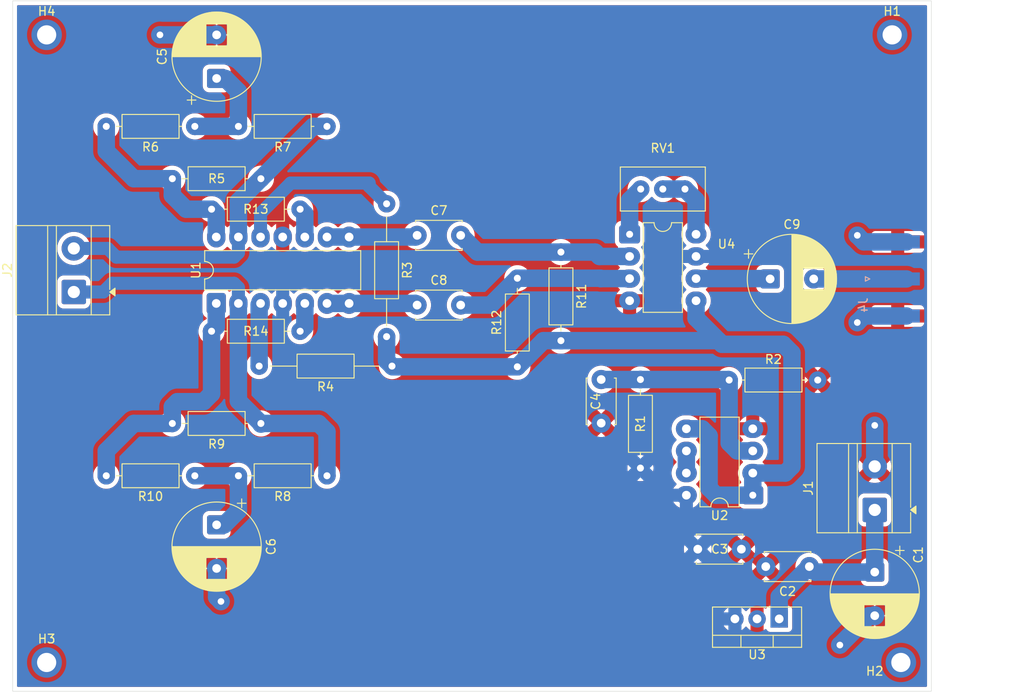
<source format=kicad_pcb>
(kicad_pcb (version 20241229) (generator "pcbnew") (generator_version "9.0")
  (layers (0 "F.Cu" signal) (2 "B.Cu" signal) (13 "F.Paste" user) (15 "B.Paste" user) (5 "F.SilkS" user "F.Silkscreen") (7 "B.SilkS" user "B.Silkscreen") (1 "F.Mask" user) (3 "B.Mask" user) (25 "Edge.Cuts" user))
  (net 0 "")
  (net 1 "Net-(J1-Pin_1)")
  (net 2 "GND")
  (net 3 "VCC")
  (net 4 "Net-(U2A-+)")
  (net 5 "Net-(C5-Pad1)")
  (net 6 "Net-(C6-Pad1)")
  (net 7 "Net-(U4--)")
  (net 8 "Net-(U1B--)")
  (net 9 "Net-(U4-+)")
  (net 10 "Net-(U1C--)")
  (net 11 "Net-(C9-Pad1)")
  (net 12 "Net-(J2-Pin_2)")
  (net 13 "Net-(J2-Pin_1)")
  (net 14 "Vq")
  (net 15 "Net-(U1D-+)")
  (net 16 "Net-(U1A-+)")
  (net 17 "Net-(U1B-+)")
  (net 18 "Net-(U1C-+)")
  (net 19 "Net-(RV1-Pad2)")
  (net 20 "Net-(RV1-Pad1)")
  (net 21 "Net-(U2B--)")
  (net 22 "Net-(J4-In)")
  (net 23 "Net-(R13-Pad1)")
  (net 24 "Net-(R10-Pad2)")
  (footprint "huellas_proyecto:R_Axial_DIN0207_L6.3mm_D2.5mm_P10.16mm_Horizontal-pad2mm" (layer "F.Cu") (at 174 92.08 90)
    (property "Reference" "R12" (at 5.08 -2.37 90) (layer "F.SilkS"))
    (property "Value" "1k")
    (pad "1" thru_hole circle (at 0 0 90) (size 2 2) (drill 0.8) (layers "*.Cu" "*.Mask") (net 14 "Vq"))
    (pad "2" thru_hole circle (at 10.16 0 90) (size 2 2) (drill 0.8) (layers "*.Cu" "*.Mask") (net 9 "Net-(U4-+)"))
  )
  (footprint "huellas_proyecto:R_Axial_DIN0207_L6.3mm_D2.5mm_P10.16mm_Horizontal-pad2mm" (layer "F.Cu") (at 152.16 104.58 180)
    (property "Reference" "R8" (at 5.08 -2.37 180) (layer "F.SilkS"))
    (property "Value" "1k")
    (pad "1" thru_hole circle (at 0 0 180) (size 2 2) (drill 0.8) (layers "*.Cu" "*.Mask") (net 13 "Net-(J2-Pin_1)"))
    (pad "2" thru_hole circle (at 10.16 0 180) (size 2 2) (drill 0.8) (layers "*.Cu" "*.Mask") (net 6 "Net-(C6-Pad1)"))
  )
  (footprint "MountingHole:MountingHole_2.2mm_M2_ISO7380_Pad" (layer "F.Cu") (at 120 54)
    (property "Reference" "H4" (at 0 -2.7 0) (layer "F.SilkS"))
    (property "Value" "MountingHole_2.2mm_M2_ISO7380_Pad" (hide yes))
    (pad "1" thru_hole circle (at 0 0) (size 3.5 3.5) (drill 2.2) (layers "*.Cu" "*.Mask") (net 2 "GND"))
  )
  (footprint "huellas_proyecto:R_Axial_DIN0207_L6.3mm_D2.5mm_P10.16mm_Horizontal-pad2mm" (layer "F.Cu") (at 198.3 93.6)
    (property "Reference" "R2" (at 5.08 -2.37 0) (layer "F.SilkS"))
    (property "Value" "10k")
    (pad "1" thru_hole circle (at 0 0) (size 2 2) (drill 0.8) (layers "*.Cu" "*.Mask") (net 4 "Net-(U2A-+)"))
    (pad "2" thru_hole circle (at 10.16 0) (size 2 2) (drill 0.8) (layers "*.Cu" "*.Mask") (net 2 "GND"))
  )
  (footprint "huellas_proyecto:CP_Radial_D10.0mm_P5.00mm-pad2mm2" (layer "F.Cu") (at 139.5 59 90)
    (property "Reference" "C5" (at 2.5 -6.25 90) (layer "F.SilkS"))
    (property "Value" "10u")
    (pad "1" thru_hole roundrect (at 0 0 90) (size 2.2 2.2) (drill 1) (layers "*.Cu" "*.Mask") (roundrect_rratio 0.125) (net 5 "Net-(C5-Pad1)"))
    (pad "2" thru_hole circle (at 5 0 90) (size 2.2 2.2) (drill 1) (layers "*.Cu" "*.Mask") (net 2 "GND"))
  )
  (footprint "huellas_proyecto:R_Axial_DIN0207_L6.3mm_D2.5mm_P10.16mm_Horizontal-pad2mm" (layer "F.Cu") (at 138.92 74)
    (property "Reference" "R13" (at 5.08 0 0) (layer "F.SilkS"))
    (property "Value" "0")
    (pad "1" thru_hole circle (at 0 0) (size 2 2) (drill 0.8) (layers "*.Cu" "*.Mask") (net 23 "Net-(R13-Pad1)"))
    (pad "2" thru_hole circle (at 10.16 0) (size 2 2) (drill 0.8) (layers "*.Cu" "*.Mask") (net 18 "Net-(U1C-+)"))
  )
  (footprint "huellas_proyecto:CP_Radial_D10.0mm_P5.00mm-pad2mm2" (layer "F.Cu") (at 215 115.632323 -90)
    (property "Reference" "C1" (at -1.979646 -5 270) (layer "F.SilkS"))
    (property "Value" "100u")
    (pad "1" thru_hole roundrect (at 0 0 270) (size 2.2 2.2) (drill 1) (layers "*.Cu" "*.Mask") (roundrect_rratio 0.125) (net 1 "Net-(J1-Pin_1)"))
    (pad "2" thru_hole circle (at 5 0 270) (size 2.2 2.2) (drill 1) (layers "*.Cu" "*.Mask") (net 2 "GND"))
  )
  (footprint "huellas_proyecto:R_Axial_DIN0207_L6.3mm_D2.5mm_P10.16mm_Horizontal-pad2mm" (layer "F.Cu") (at 179 78.92 -90)
    (property "Reference" "R11" (at 5.08 -2.37 270) (layer "F.SilkS"))
    (property "Value" "1k")
    (pad "1" thru_hole circle (at 0 0 270) (size 2 2) (drill 0.8) (layers "*.Cu" "*.Mask") (net 7 "Net-(U4--)"))
    (pad "2" thru_hole circle (at 10.16 0 270) (size 2 2) (drill 0.8) (layers "*.Cu" "*.Mask") (net 14 "Vq"))
  )
  (footprint "huellas_proyecto:R_Axial_DIN0207_L6.3mm_D2.5mm_P10.16mm_Horizontal-pad2mm" (layer "F.Cu") (at 188.12 103.7 90)
    (property "Reference" "R1" (at 5.08 0 90) (layer "F.SilkS"))
    (property "Value" "10k")
    (pad "1" thru_hole circle (at 0 0 90) (size 2 2) (drill 0.8) (layers "*.Cu" "*.Mask") (net 3 "VCC"))
    (pad "2" thru_hole circle (at 10.16 0 90) (size 2 2) (drill 0.8) (layers "*.Cu" "*.Mask") (net 4 "Net-(U2A-+)"))
  )
  (footprint "huellas_proyecto:TO-220-3_Vertical-pad2mm" (layer "F.Cu") (at 204.04 121 180)
    (property "Reference" "U3" (at 2.54 -4.1 180) (layer "F.SilkS"))
    (property "Value" "LM7818_TO220")
    (pad "1" thru_hole rect (at 0 0 180) (size 2 2) (drill 1) (layers "*.Cu" "*.Mask") (net 1 "Net-(J1-Pin_1)"))
    (pad "2" thru_hole oval (at 2.54 0 180) (size 2 2) (drill 1) (layers "*.Cu" "*.Mask") (net 2 "GND"))
    (pad "3" thru_hole oval (at 5.08 0 180) (size 2 2) (drill 1) (layers "*.Cu" "*.Mask") (net 3 "VCC"))
  )
  (footprint "huellas_proyecto:C_Disc_D5.1mm_W3.2mm_P5.00mm-pad2mm" (layer "F.Cu") (at 162.5 77)
    (property "Reference" "C7" (at 2.5 -2.85 0) (layer "F.SilkS"))
    (property "Value" "330n")
    (pad "1" thru_hole circle (at 0 0) (size 2.2 2.2) (drill 1) (layers "*.Cu" "*.Mask") (net 10 "Net-(U1C--)"))
    (pad "2" thru_hole circle (at 5 0) (size 2.2 2.2) (drill 1) (layers "*.Cu" "*.Mask") (net 7 "Net-(U4--)"))
  )
  (footprint "huellas_proyecto:DIP-8_W7.62mm_LongPads-pad2mm" (layer "F.Cu") (at 201.01 106.81 180)
    (property "Reference" "U2" (at 3.81 -2.33 180) (layer "F.SilkS"))
    (property "Value" "TL082")
    (pad "1" thru_hole roundrect (at 0 0 180) (size 2.4 2.1) (drill 0.8) (layers "*.Cu" "*.Mask") (roundrect_rratio 0.15625) (net 14 "Vq"))
    (pad "2" thru_hole oval (at 0 2.54 180) (size 2.4 2.1) (drill 1) (layers "*.Cu" "*.Mask") (net 14 "Vq"))
    (pad "3" thru_hole oval (at 0 5.08 180) (size 2.4 2.1) (drill 1) (layers "*.Cu" "*.Mask") (net 4 "Net-(U2A-+)"))
    (pad "4" thru_hole oval (at 0 7.62 180) (size 2.4 2.1) (drill 1) (layers "*.Cu" "*.Mask") (net 2 "GND"))
    (pad "5" thru_hole oval (at 7.62 7.62 180) (size 2.4 2.1) (drill 1) (layers "*.Cu" "*.Mask") (net 14 "Vq"))
    (pad "6" thru_hole oval (at 7.62 5.08 180) (size 2.4 2.1) (drill 1) (layers "*.Cu" "*.Mask") (net 21 "Net-(U2B--)"))
    (pad "7" thru_hole oval (at 7.62 2.54 180) (size 2.4 2.1) (drill 1) (layers "*.Cu" "*.Mask") (net 21 "Net-(U2B--)"))
    (pad "8" thru_hole oval (at 7.62 0 180) (size 2.4 2.1) (drill 1) (layers "*.Cu" "*.Mask") (net 3 "VCC"))
  )
  (footprint "huellas_proyecto:R_Axial_DIN0207_L6.3mm_D2.5mm_P10.16mm_Horizontal-pad2mm" (layer "F.Cu") (at 144.58 70.5 180)
    (property "Reference" "R5" (at 5.08 0 180) (layer "F.SilkS"))
    (property "Value" "100k")
    (pad "1" thru_hole circle (at 0 0 180) (size 2 2) (drill 0.8) (layers "*.Cu" "*.Mask") (net 12 "Net-(J2-Pin_2)"))
    (pad "2" thru_hole circle (at 10.16 0 180) (size 2 2) (drill 0.8) (layers "*.Cu" "*.Mask") (net 23 "Net-(R13-Pad1)"))
  )
  (footprint "MountingHole:MountingHole_2.2mm_M2_ISO7380_Pad" (layer "F.Cu") (at 217 54)
    (property "Reference" "H1" (at 0 -2.7 0) (layer "F.SilkS"))
    (property "Value" "MountingHole_2.2mm_M2_ISO7380_Pad" (hide yes))
    (pad "1" thru_hole circle (at 0 0) (size 3.5 3.5) (drill 2.2) (layers "*.Cu" "*.Mask") (net 2 "GND"))
  )
  (footprint "huellas_proyecto:C_Disc_D5.1mm_W3.2mm_P5.00mm-pad2mm" (layer "F.Cu") (at 194.7 113)
    (property "Reference" "C3" (at 2.5 0 0) (layer "F.SilkS"))
    (property "Value" "330n")
    (pad "1" thru_hole circle (at 0 0) (size 2.2 2.2) (drill 1) (layers "*.Cu" "*.Mask") (net 3 "VCC"))
    (pad "2" thru_hole circle (at 5 0) (size 2.2 2.2) (drill 1) (layers "*.Cu" "*.Mask") (net 2 "GND"))
  )
  (footprint "huellas_proyecto:C_Disc_D5.1mm_W3.2mm_P5.00mm-pad2mm" (layer "F.Cu") (at 207.5 115 180)
    (property "Reference" "C2" (at 2.5 -2.85 180) (layer "F.SilkS"))
    (property "Value" "330n")
    (pad "1" thru_hole circle (at 0 0 180) (size 2.2 2.2) (drill 1) (layers "*.Cu" "*.Mask") (net 1 "Net-(J1-Pin_1)"))
    (pad "2" thru_hole circle (at 5 0 180) (size 2.2 2.2) (drill 1) (layers "*.Cu" "*.Mask") (net 2 "GND"))
  )
  (footprint "MountingHole:MountingHole_2.2mm_M2_ISO7380_Pad" (layer "F.Cu") (at 120 126)
    (property "Reference" "H3" (at 0 -2.7 0) (layer "F.SilkS"))
    (property "Value" "MountingHole_2.2mm_M2_ISO7380_Pad" (hide yes))
    (pad "1" thru_hole circle (at 0 0) (size 3.5 3.5) (drill 2.2) (layers "*.Cu" "*.Mask") (net 2 "GND"))
  )
  (footprint "huellas_proyecto:R_Axial_DIN0207_L6.3mm_D2.5mm_P10.16mm_Horizontal-pad2mm" (layer "F.Cu") (at 138.92 88)
    (property "Reference" "R14" (at 5.08 0 0) (layer "F.SilkS"))
    (property "Value" "0")
    (pad "1" thru_hole circle (at 0 0) (size 2 2) (drill 0.8) (layers "*.Cu" "*.Mask") (net 24 "Net-(R10-Pad2)"))
    (pad "2" thru_hole circle (at 10.16 0) (size 2 2) (drill 0.8) (layers "*.Cu" "*.Mask") (net 17 "Net-(U1B-+)"))
  )
  (footprint "huellas_proyecto:CP_Radial_D10.0mm_P5.00mm-pad2mm2" (layer "F.Cu") (at 139.5 110.212323 -90)
    (property "Reference" "C6" (at 2.5 -6.25 270) (layer "F.SilkS"))
    (property "Value" "10u")
    (pad "1" thru_hole roundrect (at 0 0 270) (size 2.2 2.2) (drill 1) (layers "*.Cu" "*.Mask") (roundrect_rratio 0.125) (net 6 "Net-(C6-Pad1)"))
    (pad "2" thru_hole circle (at 5 0 270) (size 2.2 2.2) (drill 1) (layers "*.Cu" "*.Mask") (net 2 "GND"))
  )
  (footprint "huellas_proyecto:R_Axial_DIN0207_L6.3mm_D2.5mm_P10.16mm_Horizontal-pad2mm" (layer "F.Cu") (at 137 104.58 180)
    (property "Reference" "R10" (at 5.08 -2.37 180) (layer "F.SilkS"))
    (property "Value" "1k")
    (pad "1" thru_hole circle (at 0 0 180) (size 2 2) (drill 0.8) (layers "*.Cu" "*.Mask") (net 6 "Net-(C6-Pad1)"))
    (pad "2" thru_hole circle (at 10.16 0 180) (size 2 2) (drill 0.8) (layers "*.Cu" "*.Mask") (net 24 "Net-(R10-Pad2)"))
  )
  (footprint "TerminalBlock_MetzConnect:TerminalBlock_MetzConnect_Type011_RT05502HBLC_1x02_P5.00mm_Horizontal" (layer "F.Cu") (at 215 108.5 90)
    (property "Reference" "J1" (at 2.5 -7.62 90) (layer "F.SilkS"))
    (property "Value" "VC_24V")
    (pad "1" thru_hole roundrect (at 0 0 90) (size 2.8 2.8) (drill 1.4) (layers "*.Cu" "*.Mask") (roundrect_rratio 0.089286) (net 1 "Net-(J1-Pin_1)"))
    (pad "2" thru_hole circle (at 5 0 90) (size 2.8 2.8) (drill 1.4) (layers "*.Cu" "*.Mask") (net 2 "GND"))
  )
  (footprint "huellas_proyecto:Potentiometer_Bourns_3296W_Vertical-pad2mm" (layer "F.Cu") (at 188.15 71.69 180)
    (property "Reference" "RV1" (at -2.54 4.69 0) (layer "F.SilkS"))
    (property "Value" "10k")
    (pad "1" thru_hole circle (at 0 0 180) (size 2 2) (drill 0.8) (layers "*.Cu" "*.Mask") (net 20 "Net-(RV1-Pad1)"))
    (pad "2" thru_hole circle (at -2.54 0 180) (size 2 2) (drill 0.8) (layers "*.Cu" "*.Mask") (net 19 "Net-(RV1-Pad2)"))
    (pad "3" thru_hole circle (at -5.08 0 180) (size 2 2) (drill 0.8) (layers "*.Cu" "*.Mask") (net 19 "Net-(RV1-Pad2)"))
  )
  (footprint "huellas_proyecto:C_Disc_D5.1mm_W3.2mm_P5.00mm-pad2mm" (layer "F.Cu") (at 162.5 85)
    (property "Reference" "C8" (at 2.5 -2.85 0) (layer "F.SilkS"))
    (property "Value" "330n")
    (pad "1" thru_hole circle (at 0 0) (size 2.2 2.2) (drill 1) (layers "*.Cu" "*.Mask") (net 8 "Net-(U1B--)"))
    (pad "2" thru_hole circle (at 5 0) (size 2.2 2.2) (drill 1) (layers "*.Cu" "*.Mask") (net 9 "Net-(U4-+)"))
  )
  (footprint "huellas_proyecto:C_Disc_D5.1mm_W3.2mm_P5.00mm-pad2mm" (layer "F.Cu") (at 183.62 93.54 -90)
    (property "Reference" "C4" (at 2.5 0.62 270) (layer "F.SilkS"))
    (property "Value" "330n")
    (pad "1" thru_hole circle (at 0 0 270) (size 2.2 2.2) (drill 1) (layers "*.Cu" "*.Mask") (net 4 "Net-(U2A-+)"))
    (pad "2" thru_hole circle (at 5 0 270) (size 2.2 2.2) (drill 1) (layers "*.Cu" "*.Mask") (net 2 "GND"))
  )
  (footprint "huellas_proyecto:R_Axial_DIN0207_L6.3mm_D2.5mm_P10.16mm_Horizontal-pad2mm" (layer "F.Cu") (at 144.58 98.58 180)
    (property "Reference" "R9" (at 5.08 -2.37 180) (layer "F.SilkS"))
    (property "Value" "100k")
    (pad "1" thru_hole circle (at 0 0 180) (size 2 2) (drill 0.8) (layers "*.Cu" "*.Mask") (net 13 "Net-(J2-Pin_1)"))
    (pad "2" thru_hole circle (at 10.16 0 180) (size 2 2) (drill 0.8) (layers "*.Cu" "*.Mask") (net 24 "Net-(R10-Pad2)"))
  )
  (footprint "huellas_proyecto:R_Axial_DIN0207_L6.3mm_D2.5mm_P10.16mm_Horizontal-pad2mm" (layer "F.Cu") (at 137 64.5 180)
    (property "Reference" "R6" (at 5.08 -2.37 180) (layer "F.SilkS"))
    (property "Value" "1k")
    (pad "1" thru_hole circle (at 0 0 180) (size 2 2) (drill 0.8) (layers "*.Cu" "*.Mask") (net 5 "Net-(C5-Pad1)"))
    (pad "2" thru_hole circle (at 10.16 0 180) (size 2 2) (drill 0.8) (layers "*.Cu" "*.Mask") (net 23 "Net-(R13-Pad1)"))
  )
  (footprint "MountingHole:MountingHole_2.2mm_M2_ISO7380_Pad" (layer "F.Cu") (at 218 126)
    (property "Reference" "H2" (at -3 1 0) (layer "F.SilkS"))
    (property "Value" "MountingHole_2.2mm_M2_ISO7380_Pad" (hide yes))
    (pad "1" thru_hole circle (at 0 0) (size 3.5 3.5) (drill 2.2) (layers "*.Cu" "*.Mask") (net 2 "GND"))
  )
  (footprint "huellas_proyecto:R_Axial_DIN0207_L6.3mm_D2.5mm_P10.16mm_Horizontal-pad2mm" (layer "F.Cu") (at 152.16 64.5 180)
    (property "Reference" "R7" (at 5.08 -2.37 180) (layer "F.SilkS"))
    (property "Value" "1k")
    (pad "1" thru_hole circle (at 0 0 180) (size 2 2) (drill 0.8) (layers "*.Cu" "*.Mask") (net 12 "Net-(J2-Pin_2)"))
    (pad "2" thru_hole circle (at 10.16 0 180) (size 2 2) (drill 0.8) (layers "*.Cu" "*.Mask") (net 5 "Net-(C5-Pad1)"))
  )
  (footprint "huellas_proyecto:R_Axial_DIN0207_L6.3mm_D2.5mm_P15.24mm_Horizontal-pad2mm" (layer "F.Cu") (at 159 73.38 -90)
    (property "Reference" "R3" (at 7.62 -2.37 270) (layer "F.SilkS"))
    (property "Value" "1k")
    (pad "1" thru_hole circle (at 0 0 270) (size 2 2) (drill 0.8) (layers "*.Cu" "*.Mask") (net 15 "Net-(U1D-+)"))
    (pad "2" thru_hole circle (at 15.24 0 270) (size 2 2) (drill 0.8) (layers "*.Cu" "*.Mask") (net 14 "Vq"))
  )
  (footprint "huellas_proyecto:CP_Radial_D10.0mm_P5.00mm-pad2mm2" (layer "F.Cu") (at 203 82)
    (property "Reference" "C9" (at 2.5 -6.25 0) (layer "F.SilkS"))
    (property "Value" "10u")
    (pad "1" thru_hole roundrect (at 0 0) (size 2.2 2.2) (drill 1) (layers "*.Cu" "*.Mask") (roundrect_rratio 0.125) (net 11 "Net-(C9-Pad1)"))
    (pad "2" thru_hole circle (at 5 0) (size 2.2 2.2) (drill 1) (layers "*.Cu" "*.Mask") (net 22 "Net-(J4-In)"))
  )
  (footprint "huellas_proyecto:DIP-8_W7.62mm_LongPads-pad2mm" (layer "F.Cu") (at 186.88 76.88)
    (property "Reference" "U4" (at 11.12 1.12 0) (layer "F.SilkS"))
    (property "Value" "AD620")
    (pad "1" thru_hole roundrect (at 0 0) (size 2.4 2.1) (drill 0.8) (layers "*.Cu" "*.Mask") (roundrect_rratio 0.15625) (net 20 "Net-(RV1-Pad1)"))
    (pad "2" thru_hole oval (at 0 2.54) (size 2.4 2.1) (drill 1) (layers "*.Cu" "*.Mask") (net 7 "Net-(U4--)"))
    (pad "3" thru_hole oval (at 0 5.08) (size 2.4 2.1) (drill 1) (layers "*.Cu" "*.Mask") (net 9 "Net-(U4-+)"))
    (pad "4" thru_hole oval (at 0 7.62) (size 2.4 2.1) (drill 1) (layers "*.Cu" "*.Mask") (net 2 "GND"))
    (pad "5" thru_hole oval (at 7.62 7.62) (size 2.4 2.1) (drill 1) (layers "*.Cu" "*.Mask") (net 14 "Vq"))
    (pad "6" thru_hole oval (at 7.62 5.08) (size 2.4 2.1) (drill 1) (layers "*.Cu" "*.Mask") (net 11 "Net-(C9-Pad1)"))
    (pad "7" thru_hole oval (at 7.62 2.54) (size 2.4 2.1) (drill 1) (layers "*.Cu" "*.Mask") (net 3 "VCC"))
    (pad "8" thru_hole oval (at 7.62 0) (size 2.4 2.1) (drill 1) (layers "*.Cu" "*.Mask") (net 19 "Net-(RV1-Pad2)"))
  )
  (footprint "huellas_proyecto:DIP-14_W7.62mm_LongPads-2mm" (layer "F.Cu") (at 139.46 84.81 90)
    (property "Reference" "U1" (at 3.81 -2.33 90) (layer "F.SilkS"))
    (property "Value" "TL084")
    (pad "1" thru_hole roundrect (at 0 0 90) (size 2.4 2.2) (drill 1) (layers "*.Cu" "*.Mask") (roundrect_rratio 0.15625) (net 24 "Net-(R10-Pad2)"))
    (pad "2" thru_hole oval (at 0 2.54 90) (size 2.4 2.1) (drill 1) (layers "*.Cu" "*.Mask") (net 13 "Net-(J2-Pin_1)"))
    (pad "3" thru_hole oval (at 0 5.08 90) (size 2.4 2.1) (drill 1) (layers "*.Cu" "*.Mask") (net 16 "Net-(U1A-+)"))
    (pad "4" thru_hole oval (at 0 7.62 90) (size 2.4 2.1) (drill 1) (layers "*.Cu" "*.Mask") (net 3 "VCC"))
    (pad "5" thru_hole oval (at 0 10.16 90) (size 2.4 2.1) (drill 1) (layers "*.Cu" "*.Mask") (net 17 "Net-(U1B-+)"))
    (pad "6" thru_hole oval (at 0 12.7 90) (size 2.4 2.1) (drill 1) (layers "*.Cu" "*.Mask") (net 8 "Net-(U1B--)"))
    (pad "7" thru_hole oval (at 0 15.24 90) (size 2.4 2.1) (drill 1) (layers "*.Cu" "*.Mask") (net 8 "Net-(U1B--)"))
    (pad "8" thru_hole oval (at 7.62 15.24 90) (size 2.4 2.1) (drill 1) (layers "*.Cu" "*.Mask") (net 10 "Net-(U1C--)"))
    (pad "9" thru_hole oval (at 7.62 12.7 90) (size 2.4 2.1) (drill 1) (layers "*.Cu" "*.Mask") (net 10 "Net-(U1C--)"))
    (pad "10" thru_hole oval (at 7.62 10.16 90) (size 2.4 2.1) (drill 1) (layers "*.Cu" "*.Mask") (net 18 "Net-(U1C-+)"))
    (pad "11" thru_hole oval (at 7.62 7.62 90) (size 2.4 2.1) (drill 1) (layers "*.Cu" "*.Mask") (net 2 "GND"))
    (pad "12" thru_hole oval (at 7.62 5.08 90) (size 2.4 2.1) (drill 1) (layers "*.Cu" "*.Mask") (net 15 "Net-(U1D-+)"))
    (pad "13" thru_hole oval (at 7.62 2.54 90) (size 2.4 2.1) (drill 1) (layers "*.Cu" "*.Mask") (net 12 "Net-(J2-Pin_2)"))
    (pad "14" thru_hole oval (at 7.62 0 90) (size 2.4 2.1) (drill 1) (layers "*.Cu" "*.Mask") (net 23 "Net-(R13-Pad1)"))
  )
  (footprint "huellas_proyecto:R_Axial_DIN0207_L6.3mm_D2.5mm_P15.24mm_Horizontal-pad2mm" (layer "F.Cu") (at 159.62 92 180)
    (property "Reference" "R4" (at 7.62 -2.37 180) (layer "F.SilkS"))
    (property "Value" "1k")
    (pad "1" thru_hole circle (at 0 0 180) (size 2 2) (drill 0.8) (layers "*.Cu" "*.Mask") (net 14 "Vq"))
    (pad "2" thru_hole circle (at 15.24 0 180) (size 2 2) (drill 0.8) (layers "*.Cu" "*.Mask") (net 16 "Net-(U1A-+)"))
  )
  (footprint "TerminalBlock_MetzConnect:TerminalBlock_MetzConnect_Type011_RT05502HBLC_1x02_P5.00mm_Horizontal" (layer "F.Cu") (at 123.1175 83.5 90)
    (property "Reference" "J2" (at 2.5 -7.62 90) (layer "F.SilkS"))
    (property "Value" "Ant")
    (pad "1" thru_hole roundrect (at 0 0 90) (size 2.8 2.8) (drill 1.4) (layers "*.Cu" "*.Mask") (roundrect_rratio 0.089286) (net 13 "Net-(J2-Pin_1)"))
    (pad "2" thru_hole circle (at 5 0 90) (size 2.8 2.8) (drill 1.4) (layers "*.Cu" "*.Mask") (net 12 "Net-(J2-Pin_2)"))
  )
  (footprint "Connector_Coaxial:SMA_Amphenol_132289_EdgeMount" (layer "B.Cu") (at 217.6375 82)
    (property "Reference" "J4" (at -3.96 3 90) (layer "B.SilkS") (effects (justify mirror)))
    (property "Value" "SMA")
    (pad "1" smd rect (at 0 0 270) (size 1.5 5.08) (layers "B.Cu" "B.Mask" "B.Paste") (net 22 "Net-(J4-In)"))
    (pad "2" smd rect (at 0 -4.25 270) (size 1.5 5.08) (layers "F.Cu" "F.Mask" "F.Paste") (net 2 "GND"))
    (pad "2" smd rect (at 0 -4.25 270) (size 1.5 5.08) (layers "B.Cu" "B.Mask" "B.Paste") (net 2 "GND"))
    (pad "2" smd rect (at 0 4.25 270) (size 1.5 5.08) (layers "F.Cu" "F.Mask" "F.Paste") (net 2 "GND"))
    (pad "2" smd rect (at 0 4.25 270) (size 1.5 5.08) (layers "B.Cu" "B.Mask" "B.Paste") (net 2 "GND"))
  )
  (gr_rect (start 116.1 50.1) (end 221.5 129.3) (stroke (width 0.05)) (fill no) (layer "Edge.Cuts"))
  (segment (start 215 108.5) (end 215 115.632323) (width 2) (layer "B.Cu") (net 1))
  (segment (start 208.132323 115.632323) (end 207.5 115) (width 2) (layer "B.Cu") (net 1))
  (segment (start 204.04 121) (end 204.04 118.46) (width 2) (layer "B.Cu") (net 1))
  (segment (start 204.04 118.46) (end 207.5 115) (width 2) (layer "B.Cu") (net 1))
  (segment (start 215 115.632323) (end 208.132323 115.632323) (width 2) (layer "B.Cu") (net 1))
  (via (at 140 119) (size 2.032) (drill 0.762) (layers "F.Cu" "B.Cu") (net 2))
  (via (at 133 54) (size 2.032) (drill 0.762) (layers "F.Cu" "B.Cu") (net 2))
  (via (at 211 124) (size 2.032) (drill 0.762) (layers "F.Cu" "B.Cu") (net 2))
  (via (at 215 98.8) (size 2.032) (drill 0.762) (layers "F.Cu" "B.Cu") (net 2))
  (via (at 213 77) (size 2.032) (drill 0.762) (layers "F.Cu" "B.Cu") (net 2))
  (via (at 213 87) (size 2.032) (drill 0.762) (layers "F.Cu" "B.Cu") (net 2))
  (segment (start 214.367677 120.632323) (end 211 124) (width 2) (layer "B.Cu") (net 2))
  (segment (start 213.75 86.25) (end 213 87) (width 2) (layer "B.Cu") (net 2))
  (segment (start 218.6375 77.75) (end 213.75 77.75) (width 2) (layer "B.Cu") (net 2))
  (segment (start 215 120.632323) (end 214.367677 120.632323) (width 2) (layer "B.Cu") (net 2))
  (segment (start 139.5 54) (end 133 54) (width 2) (layer "B.Cu") (net 2))
  (segment (start 218.6375 86.25) (end 213.75 86.25) (width 2) (layer "B.Cu") (net 2))
  (segment (start 213.75 77.75) (end 213 77) (width 2) (layer "B.Cu") (net 2))
  (segment (start 215 103.5) (end 215 98.8) (width 2) (layer "B.Cu") (net 2))
  (segment (start 139.5 115.212323) (end 139.5 118.5) (width 2) (layer "B.Cu") (net 2))
  (segment (start 139.5 118.5) (end 140 119) (width 2) (layer "B.Cu") (net 2))
  (segment (start 188.12 93.54) (end 198.24 93.54) (width 2) (layer "B.Cu") (net 4))
  (segment (start 198.3 100.8) (end 198.3 93.6) (width 2) (layer "B.Cu") (net 4))
  (segment (start 199.23 101.73) (end 198.3 100.8) (width 2) (layer "B.Cu") (net 4))
  (segment (start 183.62 93.54) (end 188.12 93.54) (width 2) (layer "B.Cu") (net 4))
  (segment (start 198.24 93.54) (end 198.3 93.6) (width 2) (layer "B.Cu") (net 4))
  (segment (start 201.01 101.73) (end 199.23 101.73) (width 2) (layer "B.Cu") (net 4))
  (segment (start 137 64.5) (end 142 64.5) (width 2) (layer "B.Cu") (net 5))
  (segment (start 142 60.5) (end 142 64.5) (width 2) (layer "B.Cu") (net 5))
  (segment (start 139.5 59) (end 140.5 59) (width 2) (layer "B.Cu") (net 5))
  (segment (start 140.5 59) (end 142 60.5) (width 2) (layer "B.Cu") (net 5))
  (segment (start 140.367677 110.212323) (end 142 108.58) (width 2) (layer "B.Cu") (net 6))
  (segment (start 137 104.58) (end 142 104.58) (width 2) (layer "B.Cu") (net 6))
  (segment (start 142 108.58) (end 142 104.58) (width 2) (layer "B.Cu") (net 6))
  (segment (start 139.5 110.212323) (end 140.367677 110.212323) (width 2) (layer "B.Cu") (net 6))
  (segment (start 169.42 78.92) (end 167.5 77) (width 2) (layer "B.Cu") (net 7))
  (segment (start 183.42 79.42) (end 182.92 78.92) (width 2) (layer "B.Cu") (net 7))
  (segment (start 182.92 78.92) (end 179 78.92) (width 2) (layer "B.Cu") (net 7))
  (segment (start 179 78.92) (end 169.42 78.92) (width 2) (layer "B.Cu") (net 7))
  (segment (start 186.88 79.42) (end 183.42 79.42) (width 2) (layer "B.Cu") (net 7))
  (segment (start 152.16 84.81) (end 154.7 84.81) (width 2) (layer "B.Cu") (net 8))
  (segment (start 154.7 84.81) (end 162.31 84.81) (width 2) (layer "B.Cu") (net 8))
  (segment (start 162.31 84.81) (end 162.5 85) (width 2) (layer "B.Cu") (net 8))
  (segment (start 167.5 85) (end 170.92 85) (width 2) (layer "B.Cu") (net 9))
  (segment (start 186.88 81.96) (end 183.54 81.96) (width 2) (layer "B.Cu") (net 9))
  (segment (start 183.5 81.92) (end 183.54 81.96) (width 2) (layer "B.Cu") (net 9))
  (segment (start 174 81.92) (end 183.5 81.92) (width 2) (layer "B.Cu") (net 9))
  (segment (start 170.92 85) (end 174 81.92) (width 2) (layer "B.Cu") (net 9))
  (segment (start 162.31 77.19) (end 162.5 77) (width 2) (layer "B.Cu") (net 10))
  (segment (start 154.7 77.19) (end 162.31 77.19) (width 2) (layer "B.Cu") (net 10))
  (segment (start 152.16 77.19) (end 154.7 77.19) (width 2) (layer "B.Cu") (net 10))
  (segment (start 202.96 81.96) (end 203 82) (width 2) (layer "B.Cu") (net 11))
  (segment (start 194.5 81.96) (end 202.96 81.96) (width 2) (layer "B.Cu") (net 11))
  (segment (start 127 78.5) (end 123.1175 78.5) (width 1.5) (layer "B.Cu") (net 12))
  (segment (start 141.5 79.5) (end 128 79.5) (width 1.5) (layer "B.Cu") (net 12))
  (segment (start 142 77.19) (end 142 73.08) (width 2) (layer "B.Cu") (net 12))
  (segment (start 142 73.08) (end 144.58 70.5) (width 2) (layer "B.Cu") (net 12))
  (segment (start 128 79.5) (end 127 78.5) (width 1.5) (layer "B.Cu") (net 12))
  (segment (start 142 79) (end 141.5 79.5) (width 1.5) (layer "B.Cu") (net 12))
  (segment (start 142 77.19) (end 142 79) (width 1.5) (layer "B.Cu") (net 12))
  (segment (start 150.58 64.5) (end 152.16 64.5) (width 2) (layer "B.Cu") (net 12))
  (segment (start 144.58 70.5) (end 150.58 64.5) (width 2) (layer "B.Cu") (net 12))
  (segment (start 142 83) (end 141.5 82.5) (width 1.5) (layer "B.Cu") (net 13))
  (segment (start 144.58 98.58) (end 144.58 98.66) (width 2) (layer "B.Cu") (net 13))
  (segment (start 142 84.81) (end 142 96) (width 2) (layer "B.Cu") (net 13))
  (segment (start 126.5 83.5) (end 123.1175 83.5) (width 1.5) (layer "B.Cu") (net 13))
  (segment (start 141.5 82.5) (end 127.5 82.5) (width 1.5) (layer "B.Cu") (net 13))
  (segment (start 144.58 98.58) (end 151.2 98.58) (width 2) (layer "B.Cu") (net 13))
  (segment (start 127.5 82.5) (end 126.5 83.5) (width 1.5) (layer "B.Cu") (net 13))
  (segment (start 152.16 99.54) (end 152.16 104.58) (width 2) (layer "B.Cu") (net 13))
  (segment (start 142 96) (end 144.58 98.58) (width 2) (layer "B.Cu") (net 13))
  (segment (start 142 84.81) (end 142 83) (width 1.5) (layer "B.Cu") (net 13))
  (segment (start 151.2 98.58) (end 152.16 99.54) (width 2) (layer "B.Cu") (net 13))
  (segment (start 205.5 90.5) (end 205.5 103.5) (width 2) (layer "B.Cu") (net 14))
  (segment (start 204.73 104.27) (end 201.01 104.27) (width 2) (layer "B.Cu") (net 14))
  (segment (start 177 89.08) (end 174 92.08) (width 2) (layer "B.Cu") (net 14))
  (segment (start 196.81 106.81) (end 201.01 106.81) (width 2) (layer "B.Cu") (net 14))
  (segment (start 195.19 99.19) (end 196 100) (width 2) (layer "B.Cu") (net 14))
  (segment (start 204.5 89.5) (end 205.5 90.5) (width 2) (layer "B.Cu") (net 14))
  (segment (start 159 88.62) (end 159 91.38) (width 2) (layer "B.Cu") (net 14))
  (segment (start 205.5 103.5) (end 204.73 104.27) (width 2) (layer "B.Cu") (net 14))
  (segment (start 197.5 89.5) (end 204.5 89.5) (width 2) (layer "B.Cu") (net 14))
  (segment (start 159.7 92.08) (end 159.62 92) (width 2) (layer "B.Cu") (net 14))
  (segment (start 194.5 84.5) (end 194.5 86.5) (width 2) (layer "B.Cu") (net 14))
  (segment (start 196 100) (end 196 106) (width 2) (layer "B.Cu") (net 14))
  (segment (start 179 89.08) (end 197.08 89.08) (width 2) (layer "B.Cu") (net 14))
  (segment (start 179 89.08) (end 177 89.08) (width 2) (layer "B.Cu") (net 14))
  (segment (start 201.01 106.81) (end 201.01 104.27) (width 2) (layer "B.Cu") (net 14))
  (segment (start 194.5 86.5) (end 197.5 89.5) (width 2) (layer "B.Cu") (net 14))
  (segment (start 174 92.08) (end 159.7 92.08) (width 2) (layer "B.Cu") (net 14))
  (segment (start 196 106) (end 196.81 106.81) (width 2) (layer "B.Cu") (net 14))
  (segment (start 159 91.38) (end 159.62 92) (width 2) (layer "B.Cu") (net 14))
  (segment (start 193.39 99.19) (end 195.19 99.19) (width 2) (layer "B.Cu") (net 14))
  (segment (start 197.08 89.08) (end 197.5 89.5) (width 2) (layer "B.Cu") (net 14))
  (segment (start 157 71) (end 157 71.38) (width 1.5) (layer "B.Cu") (net 15))
  (segment (start 157 71.38) (end 159 73.38) (width 1.5) (layer "B.Cu") (net 15))
  (segment (start 144.54 74.46) (end 148 71) (width 1.5) (layer "B.Cu") (net 15))
  (segment (start 144.54 77.19) (end 144.54 74.46) (width 1.5) (layer "B.Cu") (net 15))
  (segment (start 148 71) (end 157 71) (width 1.5) (layer "B.Cu") (net 15))
  (segment (start 144.38 92) (end 144.38 84.97) (width 2) (layer "B.Cu") (net 16))
  (segment (start 144.38 84.97) (end 144.54 84.81) (width 2) (layer "B.Cu") (net 16))
  (segment (start 149.62 87.46) (end 149.62 84.81) (width 2) (layer "B.Cu") (net 17))
  (segment (start 149.08 88) (end 149.62 87.46) (width 2) (layer "B.Cu") (net 17))
  (segment (start 149.62 74.54) (end 149.08 74) (width 2) (layer "B.Cu") (net 18))
  (segment (start 149.62 77.19) (end 149.62 74.54) (width 2) (layer "B.Cu") (net 18))
  (segment (start 194.5 72.96) (end 193.23 71.69) (width 2) (layer "B.Cu") (net 19))
  (segment (start 194.5 76.88) (end 194.5 72.96) (width 2) (layer "B.Cu") (net 19))
  (segment (start 190.69 71.69) (end 193.23 71.69) (width 2) (layer "B.Cu") (net 19))
  (segment (start 186.88 76.88) (end 186.88 72.96) (width 2) (layer "B.Cu") (net 20))
  (segment (start 186.88 72.96) (end 188.15 71.69) (width 2) (layer "B.Cu") (net 20))
  (segment (start 193.39 101.73) (end 193.39 104.27) (width 2) (layer "B.Cu") (net 21))
  (segment (start 208 82) (end 218.6375 82) (width 2) (layer "B.Cu") (net 22))
  (segment (start 134.42 72.42) (end 134.42 70.5) (width 2) (layer "B.Cu") (net 23))
  (segment (start 139.46 74.54) (end 138.92 74) (width 2) (layer "B.Cu") (net 23))
  (segment (start 136 74) (end 134.42 72.42) (width 2) (layer "B.Cu") (net 23))
  (segment (start 126.84 67.34) (end 130 70.5) (width 2) (layer "B.Cu") (net 23))
  (segment (start 139.46 77.19) (end 139.46 74.54) (width 2) (layer "B.Cu") (net 23))
  (segment (start 138.92 74) (end 136 74) (width 2) (layer "B.Cu") (net 23))
  (segment (start 130 70.5) (end 134.42 70.5) (width 2) (layer "B.Cu") (net 23))
  (segment (start 126.84 64.5) (end 126.84 67.34) (width 2) (layer "B.Cu") (net 23))
  (segment (start 138.92 88) (end 138.92 95.16) (width 2) (layer "B.Cu") (net 24))
  (segment (start 138 96.08) (end 135 96.08) (width 2) (layer "B.Cu") (net 24))
  (segment (start 126.84 101.74) (end 126.84 104.58) (width 2) (layer "B.Cu") (net 24))
  (segment (start 138.92 95.16) (end 138 96.08) (width 2) (layer "B.Cu") (net 24))
  (segment (start 134.42 96.66) (end 134.42 98.58) (width 2) (layer "B.Cu") (net 24))
  (segment (start 134.42 98.58) (end 130 98.58) (width 2) (layer "B.Cu") (net 24))
  (segment (start 139.46 84.81) (end 139.46 87.46) (width 2) (layer "B.Cu") (net 24))
  (segment (start 139.46 87.46) (end 138.92 88) (width 2) (layer "B.Cu") (net 24))
  (segment (start 130 98.58) (end 126.84 101.74) (width 2) (layer "B.Cu") (net 24))
  (segment (start 135 96.08) (end 134.42 96.66) (width 2) (layer "B.Cu") (net 24))
  (zone (net 2) (net_name "GND") (layer "F.Cu") (connect_pads (clearance 0.5)) (min_thickness 0.25) (fill yes (thermal_gap 0.5) (thermal_bridge_width 1.5))
    (polygon (pts (xy 116 50) (xy 222 50) (xy 222 130) (xy 116 130)))
  )
  (zone (net 3) (net_name "VCC") (layer "B.Cu") (priority 1) (connect_pads (clearance 0.5)) (min_thickness 0.25) (fill yes (thermal_gap 0.5) (thermal_bridge_width 1.5))
    (polygon (pts (xy 116 50) (xy 222 50) (xy 222 130) (xy 116 130)))
  )
)
</source>
